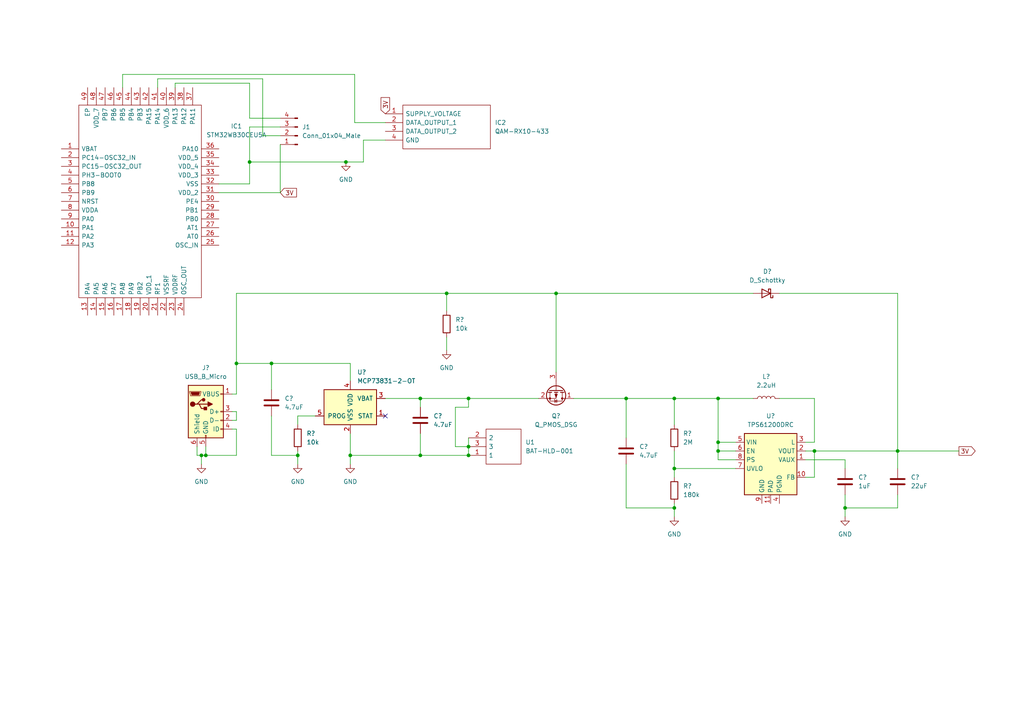
<source format=kicad_sch>
(kicad_sch (version 20211123) (generator eeschema)
  (paper "A4")
  (lib_symbols
    (symbol "Battery_Management:MCP73831-2-OT" (pin_names (offset 1.016))
      (property "Reference" "U" (at -7.62 6.35 0))
      (property "Value" "MCP73831-2-OT" (at 1.27 6.35 0))
      (symbol "MCP73831-2-OT_0_1"
        (rectangle (start -7.62 5.08) (end 7.62 -5.08) (stroke (width 0.254)) (fill (type background)))
      )
      (symbol "MCP73831-2-OT_1_1"
        (pin output line (at 10.16 -2.54 180) (length 2.54) (name "STAT") (number "1"))
        (pin power_in line (at 0 -7.62 90) (length 2.54) (name "VSS") (number "2"))
        (pin power_out line (at 10.16 2.54 180) (length 2.54) (name "VBAT") (number "3"))
        (pin power_in line (at 0 7.62 270) (length 2.54) (name "VDD") (number "4"))
        (pin input line (at -10.16 -2.54 0) (length 2.54) (name "PROG") (number "5"))
      )
    )
    (symbol "Connector:Conn_01x04_Male" (pin_names (offset 1.016) hide)
      (property "Reference" "J" (at 0 5.08 0))
      (property "Value" "Conn_01x04_Male" (at 0 -7.62 0))
      (symbol "Conn_01x04_Male_1_1"
        (polyline (pts (xy 1.27 -5.08) (xy 0.8636 -5.08)) (stroke (width 0.1524)))
        (polyline (pts (xy 1.27 -2.54) (xy 0.8636 -2.54)) (stroke (width 0.1524)))
        (polyline (pts (xy 1.27 0) (xy 0.8636 0)) (stroke (width 0.1524)))
        (polyline (pts (xy 1.27 2.54) (xy 0.8636 2.54)) (stroke (width 0.1524)))
        (rectangle (start 0.8636 -4.953) (end 0 -5.207) (stroke (width 0.1524)) (fill (type outline)))
        (rectangle (start 0.8636 -2.413) (end 0 -2.667) (stroke (width 0.1524)) (fill (type outline)))
        (rectangle (start 0.8636 0.127) (end 0 -0.127) (stroke (width 0.1524)) (fill (type outline)))
        (rectangle (start 0.8636 2.667) (end 0 2.413) (stroke (width 0.1524)) (fill (type outline)))
        (pin passive line (at 5.08 2.54 180) (length 3.81) (name "Pin_1") (number "1"))
        (pin passive line (at 5.08 0 180) (length 3.81) (name "Pin_2") (number "2"))
        (pin passive line (at 5.08 -2.54 180) (length 3.81) (name "Pin_3") (number "3"))
        (pin passive line (at 5.08 -5.08 180) (length 3.81) (name "Pin_4") (number "4"))
      )
    )
    (symbol "Connector:USB_B_Micro" (pin_names (offset 1.016))
      (property "Reference" "J" (at -5.08 11.43 0))
      (property "Value" "USB_B_Micro" (at -5.08 8.89 0))
      (symbol "USB_B_Micro_0_1"
        (rectangle (start -5.08 -7.62) (end 5.08 7.62) (stroke (width 0.254)) (fill (type background)))
        (circle (center -3.81 2.159) (radius 0.635) (stroke (width 0.254)) (fill (type outline)))
        (circle (center -0.635 3.429) (radius 0.381) (stroke (width 0.254)) (fill (type outline)))
        (rectangle (start -0.127 -7.62) (end 0.127 -6.858))
        (polyline (pts (xy -1.905 2.159) (xy 0.635 2.159)) (stroke (width 0.254)))
        (polyline (pts (xy -3.175 2.159) (xy -2.54 2.159) (xy -1.27 3.429) (xy -0.635 3.429)) (stroke (width 0.254)))
        (polyline (pts (xy -2.54 2.159) (xy -1.905 2.159) (xy -1.27 0.889) (xy 0 0.889)) (stroke (width 0.254)))
        (polyline (pts (xy 0.635 2.794) (xy 0.635 1.524) (xy 1.905 2.159) (xy 0.635 2.794)) (stroke (width 0.254)) (fill (type outline)))
        (polyline (pts (xy -4.318 5.588) (xy -1.778 5.588) (xy -2.032 4.826) (xy -4.064 4.826) (xy -4.318 5.588)) (fill (type outline)))
        (polyline (pts (xy -4.699 5.842) (xy -4.699 5.588) (xy -4.445 4.826) (xy -4.445 4.572) (xy -1.651 4.572) (xy -1.651 4.826) (xy -1.397 5.588) (xy -1.397 5.842) (xy -4.699 5.842)))
        (rectangle (start 0.254 1.27) (end -0.508 0.508) (stroke (width 0.254)) (fill (type outline)))
        (rectangle (start 5.08 -5.207) (end 4.318 -4.953))
        (rectangle (start 5.08 -2.667) (end 4.318 -2.413))
        (rectangle (start 5.08 -0.127) (end 4.318 0.127))
        (rectangle (start 5.08 4.953) (end 4.318 5.207))
      )
      (symbol "USB_B_Micro_1_1"
        (pin power_out line (at 7.62 5.08 180) (length 2.54) (name "VBUS") (number "1"))
        (pin bidirectional line (at 7.62 -2.54 180) (length 2.54) (name "D-") (number "2"))
        (pin bidirectional line (at 7.62 0 180) (length 2.54) (name "D+") (number "3"))
        (pin passive line (at 7.62 -5.08 180) (length 2.54) (name "ID") (number "4"))
        (pin power_out line (at 0 -10.16 90) (length 2.54) (name "GND") (number "5"))
        (pin passive line (at -2.54 -10.16 90) (length 2.54) (name "Shield") (number "6"))
      )
    )
    (symbol "Device:C" (pin_numbers hide) (pin_names (offset 0.254))
      (property "Reference" "C" (at 0.635 2.54 0))
      (property "Value" "C" (at 0.635 -2.54 0))
      (symbol "C_0_1"
        (polyline (pts (xy -2.032 -0.762) (xy 2.032 -0.762)) (stroke (width 0.508)))
        (polyline (pts (xy -2.032 0.762) (xy 2.032 0.762)) (stroke (width 0.508)))
      )
      (symbol "C_1_1"
        (pin passive line (at 0 3.81 270) (length 2.794) (name "~") (number "1"))
        (pin passive line (at 0 -3.81 90) (length 2.794) (name "~") (number "2"))
      )
    )
    (symbol "Device:D_Schottky" (pin_numbers hide) (pin_names (offset 1.016) hide)
      (property "Reference" "D" (at 0 2.54 0))
      (property "Value" "D_Schottky" (at 0 -2.54 0))
      (symbol "D_Schottky_0_1"
        (polyline (pts (xy 1.27 0) (xy -1.27 0)))
        (polyline (pts (xy 1.27 1.27) (xy 1.27 -1.27) (xy -1.27 0) (xy 1.27 1.27)) (stroke (width 0.254)))
        (polyline (pts (xy -1.905 0.635) (xy -1.905 1.27) (xy -1.27 1.27) (xy -1.27 -1.27) (xy -0.635 -1.27) (xy -0.635 -0.635)) (stroke (width 0.254)))
      )
      (symbol "D_Schottky_1_1"
        (pin passive line (at -3.81 0 0) (length 2.54) (name "K") (number "1"))
        (pin passive line (at 3.81 0 180) (length 2.54) (name "A") (number "2"))
      )
    )
    (symbol "Device:L" (pin_numbers hide) (pin_names (offset 1.016) hide)
      (property "Reference" "L" (at -1.27 0 90))
      (property "Value" "L" (at 1.905 0 90))
      (symbol "L_0_1"
        (arc (start 0 -2.54) (mid 0.635 -1.905) (end 0 -1.27))
        (arc (start 0 -1.27) (mid 0.635 -0.635) (end 0 0))
        (arc (start 0 0) (mid 0.635 0.635) (end 0 1.27))
        (arc (start 0 1.27) (mid 0.635 1.905) (end 0 2.54))
      )
      (symbol "L_1_1"
        (pin passive line (at 0 3.81 270) (length 1.27) (name "1") (number "1"))
        (pin passive line (at 0 -3.81 90) (length 1.27) (name "2") (number "2"))
      )
    )
    (symbol "Device:Q_PMOS_DSG" (pin_names (offset 0) hide)
      (property "Reference" "Q" (at 5.08 1.27 0))
      (property "Value" "Q_PMOS_DSG" (at 5.08 -1.27 0))
      (symbol "Q_PMOS_DSG_0_1"
        (polyline (pts (xy 0.254 0) (xy -2.54 0)))
        (polyline (pts (xy 0.254 1.905) (xy 0.254 -1.905)) (stroke (width 0.254)))
        (polyline (pts (xy 0.762 -1.27) (xy 0.762 -2.286)) (stroke (width 0.254)))
        (polyline (pts (xy 0.762 0.508) (xy 0.762 -0.508)) (stroke (width 0.254)))
        (polyline (pts (xy 0.762 2.286) (xy 0.762 1.27)) (stroke (width 0.254)))
        (polyline (pts (xy 2.54 2.54) (xy 2.54 1.778)))
        (polyline (pts (xy 2.54 -2.54) (xy 2.54 0) (xy 0.762 0)))
        (polyline (pts (xy 0.762 1.778) (xy 3.302 1.778) (xy 3.302 -1.778) (xy 0.762 -1.778)))
        (polyline (pts (xy 2.286 0) (xy 1.27 0.381) (xy 1.27 -0.381) (xy 2.286 0)) (fill (type outline)))
        (polyline (pts (xy 2.794 -0.508) (xy 2.921 -0.381) (xy 3.683 -0.381) (xy 3.81 -0.254)))
        (polyline (pts (xy 3.302 -0.381) (xy 2.921 0.254) (xy 3.683 0.254) (xy 3.302 -0.381)))
        (circle (center 1.651 0) (radius 2.794) (stroke (width 0.254)))
        (circle (center 2.54 -1.778) (radius 0.254) (fill (type outline)))
        (circle (center 2.54 1.778) (radius 0.254) (fill (type outline)))
      )
      (symbol "Q_PMOS_DSG_1_1"
        (pin passive line (at 2.54 5.08 270) (length 2.54) (name "D") (number "1"))
        (pin passive line (at 2.54 -5.08 90) (length 2.54) (name "S") (number "2"))
        (pin input line (at -5.08 0 0) (length 2.54) (name "G") (number "3"))
      )
    )
    (symbol "Device:R" (pin_numbers hide) (pin_names (offset 0))
      (property "Reference" "R" (at 2.032 0 90))
      (property "Value" "R" (at 0 0 90))
      (symbol "R_0_1"
        (rectangle (start -1.016 -2.54) (end 1.016 2.54) (stroke (width 0.254)))
      )
      (symbol "R_1_1"
        (pin passive line (at 0 3.81 270) (length 1.27) (name "~") (number "1"))
        (pin passive line (at 0 -3.81 90) (length 1.27) (name "~") (number "2"))
      )
    )
    (symbol "Regulator_Switching:TPS61200DRC"
      (property "Reference" "U" (at -10.16 8.89 0))
      (property "Value" "TPS61200DRC" (at -2.54 8.89 0))
      (symbol "TPS61200DRC_0_1"
        (rectangle (start -7.62 7.62) (end 7.62 -10.16) (stroke (width 0.254)) (fill (type background)))
      )
      (symbol "TPS61200DRC_1_1"
        (pin bidirectional line (at 10.16 0 180) (length 2.54) (name "VAUX") (number "1"))
        (pin input line (at 10.16 -5.08 180) (length 2.54) (name "FB") (number "10"))
        (pin power_in line (at 0 -12.7 90) (length 2.54) (name "PAD") (number "11"))
        (pin power_out line (at 10.16 2.54 180) (length 2.54) (name "VOUT") (number "2"))
        (pin input line (at 10.16 5.08 180) (length 2.54) (name "L") (number "3"))
        (pin power_in line (at 2.54 -12.7 90) (length 2.54) (name "PGND") (number "4"))
        (pin power_in line (at -10.16 5.08 0) (length 2.54) (name "VIN") (number "5"))
        (pin input line (at -10.16 2.54 0) (length 2.54) (name "EN") (number "6"))
        (pin input line (at -10.16 -2.54 0) (length 2.54) (name "UVLO") (number "7"))
        (pin input line (at -10.16 0 0) (length 2.54) (name "PS") (number "8"))
        (pin power_in line (at -2.54 -12.7 90) (length 2.54) (name "GND") (number "9"))
      )
    )
    (symbol "SamacSys_Parts:BAT-HLD-001" (pin_names (offset 0.762))
      (property "Reference" "U" (at 16.51 7.62 0))
      (property "Value" "BAT-HLD-001" (at 16.51 5.08 0))
      (symbol "BAT-HLD-001_0_0"
        (pin passive line (at 0 -5.08 0) (length 5.08) (name "1") (number "1"))
        (pin passive line (at 0 0 0) (length 5.08) (name "2") (number "2"))
        (pin passive line (at 0 -2.54 0) (length 5.08) (name "3") (number "3"))
      )
      (symbol "BAT-HLD-001_0_1"
        (polyline (pts (xy 5.08 2.54) (xy 15.24 2.54) (xy 15.24 -7.62) (xy 5.08 -7.62) (xy 5.08 2.54)) (stroke (width 0.1524)))
      )
    )
    (symbol "SamacSys_Parts:QAM-RX10-433" (pin_names (offset 0.762))
      (property "Reference" "IC" (at 31.75 7.62 0))
      (property "Value" "QAM-RX10-433" (at 31.75 5.08 0))
      (symbol "QAM-RX10-433_0_0"
        (pin passive line (at 0 0 0) (length 5.08) (name "SUPPLY_VOLTAGE") (number "1"))
        (pin passive line (at 0 -2.54 0) (length 5.08) (name "DATA_OUTPUT_1") (number "2"))
        (pin passive line (at 0 -5.08 0) (length 5.08) (name "DATA_OUTPUT_2") (number "3"))
        (pin passive line (at 0 -7.62 0) (length 5.08) (name "GND") (number "4"))
      )
      (symbol "QAM-RX10-433_0_1"
        (polyline (pts (xy 5.08 2.54) (xy 30.48 2.54) (xy 30.48 -10.16) (xy 5.08 -10.16) (xy 5.08 2.54)) (stroke (width 0.1524)))
      )
    )
    (symbol "SamacSys_Parts:STM32WB30CEU5A" (pin_names (offset 0.762))
      (property "Reference" "IC" (at 41.91 17.78 0))
      (property "Value" "STM32WB30CEU5A" (at 41.91 15.24 0))
      (symbol "STM32WB30CEU5A_0_0"
        (pin passive line (at 0 0 0) (length 5.08) (name "VBAT") (number "1"))
        (pin passive line (at 0 -22.86 0) (length 5.08) (name "PA1") (number "10"))
        (pin passive line (at 0 -25.4 0) (length 5.08) (name "PA2") (number "11"))
        (pin passive line (at 0 -27.94 0) (length 5.08) (name "PA3") (number "12"))
        (pin passive line (at 7.62 -48.26 90) (length 5.08) (name "PA4") (number "13"))
        (pin passive line (at 10.16 -48.26 90) (length 5.08) (name "PA5") (number "14"))
        (pin passive line (at 12.7 -48.26 90) (length 5.08) (name "PA6") (number "15"))
        (pin passive line (at 15.24 -48.26 90) (length 5.08) (name "PA7") (number "16"))
        (pin passive line (at 17.78 -48.26 90) (length 5.08) (name "PA8") (number "17"))
        (pin passive line (at 20.32 -48.26 90) (length 5.08) (name "PA9") (number "18"))
        (pin passive line (at 22.86 -48.26 90) (length 5.08) (name "PB2") (number "19"))
        (pin passive line (at 0 -2.54 0) (length 5.08) (name "PC14-OSC32_IN") (number "2"))
        (pin passive line (at 25.4 -48.26 90) (length 5.08) (name "VDD_1") (number "20"))
        (pin passive line (at 27.94 -48.26 90) (length 5.08) (name "RF1") (number "21"))
        (pin passive line (at 30.48 -48.26 90) (length 5.08) (name "VSSRF") (number "22"))
        (pin passive line (at 33.02 -48.26 90) (length 5.08) (name "VDDRF") (number "23"))
        (pin passive line (at 35.56 -48.26 90) (length 5.08) (name "OSC_OUT") (number "24"))
        (pin passive line (at 45.72 -27.94 180) (length 5.08) (name "OSC_IN") (number "25"))
        (pin passive line (at 45.72 -25.4 180) (length 5.08) (name "AT0") (number "26"))
        (pin passive line (at 45.72 -22.86 180) (length 5.08) (name "AT1") (number "27"))
        (pin passive line (at 45.72 -20.32 180) (length 5.08) (name "PB0") (number "28"))
        (pin passive line (at 45.72 -17.78 180) (length 5.08) (name "PB1") (number "29"))
        (pin passive line (at 0 -5.08 0) (length 5.08) (name "PC15-OSC32_OUT") (number "3"))
        (pin passive line (at 45.72 -15.24 180) (length 5.08) (name "PE4") (number "30"))
        (pin passive line (at 45.72 -12.7 180) (length 5.08) (name "VDD_2") (number "31"))
        (pin passive line (at 45.72 -10.16 180) (length 5.08) (name "VSS") (number "32"))
        (pin passive line (at 45.72 -7.62 180) (length 5.08) (name "VDD_3") (number "33"))
        (pin passive line (at 45.72 -5.08 180) (length 5.08) (name "VDD_4") (number "34"))
        (pin passive line (at 45.72 -2.54 180) (length 5.08) (name "VDD_5") (number "35"))
        (pin passive line (at 45.72 0 180) (length 5.08) (name "PA10") (number "36"))
        (pin passive line (at 38.1 17.78 270) (length 5.08) (name "PA11") (number "37"))
        (pin passive line (at 35.56 17.78 270) (length 5.08) (name "PA12") (number "38"))
        (pin passive line (at 33.02 17.78 270) (length 5.08) (name "PA13") (number "39"))
        (pin passive line (at 0 -7.62 0) (length 5.08) (name "PH3-BOOT0") (number "4"))
        (pin passive line (at 30.48 17.78 270) (length 5.08) (name "VDD_6") (number "40"))
        (pin passive line (at 27.94 17.78 270) (length 5.08) (name "PA14") (number "41"))
        (pin passive line (at 25.4 17.78 270) (length 5.08) (name "PA15") (number "42"))
        (pin passive line (at 22.86 17.78 270) (length 5.08) (name "PB3") (number "43"))
        (pin passive line (at 20.32 17.78 270) (length 5.08) (name "PB4") (number "44"))
        (pin passive line (at 17.78 17.78 270) (length 5.08) (name "PB5") (number "45"))
        (pin passive line (at 15.24 17.78 270) (length 5.08) (name "PB6") (number "46"))
        (pin passive line (at 12.7 17.78 270) (length 5.08) (name "PB7") (number "47"))
        (pin passive line (at 10.16 17.78 270) (length 5.08) (name "VDD_7") (number "48"))
        (pin passive line (at 7.62 17.78 270) (length 5.08) (name "EP") (number "49"))
        (pin passive line (at 0 -10.16 0) (length 5.08) (name "PB8") (number "5"))
        (pin passive line (at 0 -12.7 0) (length 5.08) (name "PB9") (number "6"))
        (pin passive line (at 0 -15.24 0) (length 5.08) (name "NRST") (number "7"))
        (pin passive line (at 0 -17.78 0) (length 5.08) (name "VDDA") (number "8"))
        (pin passive line (at 0 -20.32 0) (length 5.08) (name "PA0") (number "9"))
      )
      (symbol "STM32WB30CEU5A_0_1"
        (polyline (pts (xy 5.08 12.7) (xy 40.64 12.7) (xy 40.64 -43.18) (xy 5.08 -43.18) (xy 5.08 12.7)) (stroke (width 0.1524)))
      )
    )
    (symbol "power:GND" (power) (pin_names (offset 0))
      (property "Value" "GND" (at 0 -3.81 0))
      (symbol "GND_0_1"
        (polyline (pts (xy 0 0) (xy 0 -1.27) (xy 1.27 -1.27) (xy 0 -2.54) (xy -1.27 -1.27) (xy 0 -1.27)))
      )
      (symbol "GND_1_1"
        (pin power_in line (at 0 0 270) (length 0) hide (name "GND") (number "1"))
      )
    )
  )
  (junction (at 208.28 128.27))
  (junction (at 58.42 132.08))
  (junction (at 195.58 115.57))
  (junction (at 208.28 115.57))
  (junction (at 208.28 130.81))
  (junction (at 86.36 132.08))
  (junction (at 135.89 115.57))
  (junction (at 129.54 85.09))
  (junction (at 260.35 130.81))
  (junction (at 236.22 130.81))
  (junction (at 161.29 85.09))
  (junction (at 135.89 129.54))
  (junction (at 195.58 147.32))
  (junction (at 72.39 46.99))
  (junction (at 121.92 132.08))
  (junction (at 181.61 115.57))
  (junction (at 68.58 105.41))
  (junction (at 195.58 135.89))
  (junction (at 245.11 147.32))
  (junction (at 135.89 132.08))
  (junction (at 101.6 132.08))
  (junction (at 121.92 115.57))
  (junction (at 78.74 105.41))
  (junction (at 100.33 46.99))
  (junction (at 59.69 132.08))
  (no_connect (at 111.76 120.65))
  (wire (pts (xy 208.28 130.81) (xy 213.36 130.81)))
  (wire (pts (xy 135.89 118.11) (xy 135.89 115.57)))
  (wire (pts (xy 129.54 85.09) (xy 129.54 90.17)))
  (wire (pts (xy 67.31 121.92) (xy 68.58 121.92)))
  (wire (pts (xy 68.58 105.41) (xy 78.74 105.41)))
  (wire (pts (xy 59.69 132.08) (xy 58.42 132.08)))
  (wire (pts (xy 50.8 24.13) (xy 72.39 24.13)))
  (wire (pts (xy 78.74 120.65) (xy 78.74 132.08)))
  (wire (pts (xy 86.36 130.81) (xy 86.36 132.08)))
  (wire (pts (xy 101.6 110.49) (xy 101.6 105.41)))
  (wire (pts (xy 260.35 147.32) (xy 260.35 143.51)))
  (wire (pts (xy 78.74 105.41) (xy 78.74 113.03)))
  (wire (pts (xy 68.58 119.38) (xy 68.58 121.92)))
  (wire (pts (xy 195.58 147.32) (xy 195.58 149.86)))
  (wire (pts (xy 132.08 118.11) (xy 135.89 118.11)))
  (wire (pts (xy 181.61 115.57) (xy 195.58 115.57)))
  (wire (pts (xy 72.39 36.83) (xy 72.39 46.99)))
  (wire (pts (xy 105.41 40.64) (xy 111.76 40.64)))
  (wire (pts (xy 195.58 130.81) (xy 195.58 135.89)))
  (wire (pts (xy 76.2 22.86) (xy 76.2 39.37)))
  (wire (pts (xy 81.28 41.91) (xy 81.28 55.88)))
  (wire (pts (xy 102.87 35.56) (xy 111.76 35.56)))
  (wire (pts (xy 245.11 147.32) (xy 245.11 149.86)))
  (wire (pts (xy 72.39 46.99) (xy 72.39 53.34)))
  (wire (pts (xy 68.58 85.09) (xy 68.58 105.41)))
  (wire (pts (xy 195.58 135.89) (xy 195.58 138.43)))
  (wire (pts (xy 81.28 36.83) (xy 72.39 36.83)))
  (wire (pts (xy 245.11 135.89) (xy 245.11 133.35)))
  (wire (pts (xy 161.29 85.09) (xy 129.54 85.09)))
  (wire (pts (xy 195.58 135.89) (xy 213.36 135.89)))
  (wire (pts (xy 166.37 115.57) (xy 181.61 115.57)))
  (wire (pts (xy 135.89 115.57) (xy 156.21 115.57)))
  (wire (pts (xy 72.39 34.29) (xy 81.28 34.29)))
  (wire (pts (xy 245.11 133.35) (xy 233.68 133.35)))
  (wire (pts (xy 233.68 138.43) (xy 236.22 138.43)))
  (wire (pts (xy 236.22 128.27) (xy 236.22 115.57)))
  (wire (pts (xy 236.22 115.57) (xy 226.06 115.57)))
  (wire (pts (xy 81.28 55.88) (xy 63.5 55.88)))
  (wire (pts (xy 195.58 146.05) (xy 195.58 147.32)))
  (wire (pts (xy 236.22 130.81) (xy 260.35 130.81)))
  (wire (pts (xy 35.56 21.59) (xy 102.87 21.59)))
  (wire (pts (xy 208.28 128.27) (xy 208.28 130.81)))
  (wire (pts (xy 67.31 124.46) (xy 68.58 124.46)))
  (wire (pts (xy 181.61 115.57) (xy 181.61 127)))
  (wire (pts (xy 59.69 129.54) (xy 59.69 132.08)))
  (wire (pts (xy 260.35 130.81) (xy 260.35 135.89)))
  (wire (pts (xy 121.92 118.11) (xy 121.92 115.57)))
  (wire (pts (xy 57.15 129.54) (xy 57.15 132.08)))
  (wire (pts (xy 58.42 132.08) (xy 58.42 134.62)))
  (wire (pts (xy 67.31 114.3) (xy 68.58 114.3)))
  (wire (pts (xy 135.89 129.54) (xy 132.08 129.54)))
  (wire (pts (xy 260.35 130.81) (xy 278.13 130.81)))
  (wire (pts (xy 86.36 120.65) (xy 86.36 123.19)))
  (wire (pts (xy 76.2 39.37) (xy 81.28 39.37)))
  (wire (pts (xy 68.58 114.3) (xy 68.58 105.41)))
  (wire (pts (xy 195.58 115.57) (xy 195.58 123.19)))
  (wire (pts (xy 111.76 115.57) (xy 121.92 115.57)))
  (wire (pts (xy 57.15 132.08) (xy 58.42 132.08)))
  (wire (pts (xy 245.11 147.32) (xy 260.35 147.32)))
  (wire (pts (xy 208.28 115.57) (xy 208.28 128.27)))
  (wire (pts (xy 100.33 46.99) (xy 105.41 46.99)))
  (wire (pts (xy 213.36 133.35) (xy 208.28 133.35)))
  (wire (pts (xy 72.39 24.13) (xy 72.39 34.29)))
  (wire (pts (xy 72.39 46.99) (xy 100.33 46.99)))
  (wire (pts (xy 101.6 132.08) (xy 101.6 134.62)))
  (wire (pts (xy 245.11 143.51) (xy 245.11 147.32)))
  (wire (pts (xy 181.61 134.62) (xy 181.61 147.32)))
  (wire (pts (xy 101.6 125.73) (xy 101.6 132.08)))
  (wire (pts (xy 233.68 128.27) (xy 236.22 128.27)))
  (wire (pts (xy 101.6 132.08) (xy 121.92 132.08)))
  (wire (pts (xy 208.28 130.81) (xy 208.28 133.35)))
  (wire (pts (xy 129.54 85.09) (xy 68.58 85.09)))
  (wire (pts (xy 161.29 85.09) (xy 218.44 85.09)))
  (wire (pts (xy 135.89 127) (xy 135.89 129.54)))
  (wire (pts (xy 121.92 115.57) (xy 135.89 115.57)))
  (wire (pts (xy 218.44 115.57) (xy 208.28 115.57)))
  (wire (pts (xy 86.36 132.08) (xy 86.36 134.62)))
  (wire (pts (xy 102.87 21.59) (xy 102.87 35.56)))
  (wire (pts (xy 132.08 129.54) (xy 132.08 118.11)))
  (wire (pts (xy 50.8 25.4) (xy 50.8 24.13)))
  (wire (pts (xy 135.89 132.08) (xy 121.92 132.08)))
  (wire (pts (xy 63.5 53.34) (xy 72.39 53.34)))
  (wire (pts (xy 233.68 130.81) (xy 236.22 130.81)))
  (wire (pts (xy 135.89 129.54) (xy 135.89 132.08)))
  (wire (pts (xy 45.72 22.86) (xy 76.2 22.86)))
  (wire (pts (xy 260.35 85.09) (xy 226.06 85.09)))
  (wire (pts (xy 78.74 132.08) (xy 86.36 132.08)))
  (wire (pts (xy 101.6 105.41) (xy 78.74 105.41)))
  (wire (pts (xy 45.72 25.4) (xy 45.72 22.86)))
  (wire (pts (xy 121.92 125.73) (xy 121.92 132.08)))
  (wire (pts (xy 67.31 119.38) (xy 68.58 119.38)))
  (wire (pts (xy 260.35 130.81) (xy 260.35 85.09)))
  (wire (pts (xy 208.28 115.57) (xy 195.58 115.57)))
  (wire (pts (xy 68.58 124.46) (xy 68.58 132.08)))
  (wire (pts (xy 236.22 138.43) (xy 236.22 130.81)))
  (wire (pts (xy 161.29 107.95) (xy 161.29 85.09)))
  (wire (pts (xy 208.28 128.27) (xy 213.36 128.27)))
  (wire (pts (xy 68.58 132.08) (xy 59.69 132.08)))
  (wire (pts (xy 129.54 97.79) (xy 129.54 101.6)))
  (wire (pts (xy 181.61 147.32) (xy 195.58 147.32)))
  (wire (pts (xy 105.41 46.99) (xy 105.41 40.64)))
  (wire (pts (xy 91.44 120.65) (xy 86.36 120.65)))
  (wire (pts (xy 35.56 25.4) (xy 35.56 21.59)))
  (global_label "3V" (shape input) (at 81.28 55.88 0) (property "Intersheet References" "${INTERSHEET_REFS}" (effects hide)))
  (global_label "3V" (shape input) (at 111.76 33.02 90) (property "Intersheet References" "${INTERSHEET_REFS}" (effects hide)))
  (global_label "3V" (shape output) (at 278.13 130.81 0) (property "Intersheet References" "${INTERSHEET_REFS}" (effects hide)))
  (symbol (lib_id "Device:C") (at 245.11 139.7 0) (unit 1)
    (property "Reference" "C?" (at 248.92 138.4299 0) (effects (justify left)))
    (property "Value" "1uF" (at 248.92 140.9699 0) (effects (justify left)))
    (property "Footprint" "Capacitor_SMD:C_0402_1005Metric" (effects hide))
  )
  (symbol (lib_id "SamacSys_Parts:STM32WB30CEU5A") (at 17.78 43.18 0) (unit 1)
    (property "Reference" "IC1" (at 68.58 36.6012 0))
    (property "Value" "STM32WB30CEU5A" (at 68.58 39.1412 0))
    (property "Footprint" "QFN50P700X700X60-49N-D" (effects hide))
    (property "Datasheet" "https://componentsearchengine.com/Datasheets/2/STM32WB30CEU5A.pdf" (effects hide))
    (property "Description" "32-bit Microcontrollers - MCU 16/32-BITS MICROS" (effects hide))
    (property "Height" "0.6" (effects hide))
    (property "Mouser Part Number" "511-STM32WB30CEU5A" (effects hide))
    (property "Mouser Price/Stock" "https://www.mouser.co.uk/ProductDetail/STMicroelectronics/STM32WB30CEU5A?qs=DPoM0jnrROXA98TRXR4iRg%3D%3D" (effects hide))
    (property "Manufacturer_Name" "STMicroelectronics" (effects hide))
    (property "Manufacturer_Part_Number" "STM32WB30CEU5A" (effects hide))
  )
  (symbol (lib_id "Regulator_Switching:TPS61200DRC") (at 223.52 133.35 0) (unit 1)
    (property "Reference" "U?" (at 223.52 120.65 0))
    (property "Value" "TPS61200DRC" (at 223.52 123.19 0))
    (property "Footprint" "Package_SON:Texas_S-PVSON-N10_ThermalVias" (effects hide))
    (property "Datasheet" "http://www.ti.com/lit/ds/symlink/tps61200.pdf" (effects hide))
  )
  (symbol (lib_id "SamacSys_Parts:QAM-RX10-433") (at 111.76 33.02 0) (unit 1)
    (property "Reference" "IC2" (at 143.51 35.5599 0) (effects (justify left)))
    (property "Value" "QAM-RX10-433" (at 143.51 38.0999 0) (effects (justify left)))
    (property "Footprint" "QAMRX10433" (effects hide))
    (property "Datasheet" "https://datasheet.datasheetarchive.com/originals/distributors/DKDS-5/87948.pdf" (effects hide))
    (property "Description" "RF Solutions QAM-RX10-433 RF Receiver Module, 5V dc" (effects hide))
    (property "Height" "8.5" (effects hide))
    (property "Mouser Part Number" "223-QAM-RX10-433" (effects hide))
    (property "Mouser Price/Stock" "https://www.mouser.co.uk/ProductDetail/RF-Solutions/QAM-RX10-433?qs=OlC7AqGiEDlp3OsUKop0pA%3D%3D" (effects hide))
    (property "Manufacturer_Name" "RF SOLUTIONS" (effects hide))
    (property "Manufacturer_Part_Number" "QAM-RX10-433" (effects hide))
  )
  (symbol (lib_id "Device:C") (at 121.92 121.92 0) (unit 1)
    (property "Reference" "C?" (at 125.73 120.6499 0) (effects (justify left)))
    (property "Value" "4.7uF" (at 125.73 123.1899 0) (effects (justify left)))
    (property "Footprint" "Capacitor_SMD:C_0402_1005Metric" (effects hide))
  )
  (symbol (lib_id "power:GND") (at 129.54 101.6 0) (unit 1)
    (property "Reference" "#PWR?" (effects hide))
    (property "Value" "GND" (at 129.54 106.68 0))
  )
  (symbol (lib_id "Battery_Management:MCP73831-2-OT") (at 101.6 118.11 0) (unit 1)
    (property "Reference" "U?" (at 103.6194 107.95 0) (effects (justify left)))
    (property "Value" "MCP73831-2-OT" (at 103.6194 110.49 0) (effects (justify left)))
    (property "Footprint" "Package_TO_SOT_SMD:SOT-23-5" (effects hide))
    (property "Datasheet" "http://ww1.microchip.com/downloads/en/DeviceDoc/20001984g.pdf" (effects hide))
  )
  (symbol (lib_id "Device:C") (at 78.74 116.84 0) (unit 1)
    (property "Reference" "C?" (at 82.55 115.5699 0) (effects (justify left)))
    (property "Value" "4.7uF" (at 82.55 118.1099 0) (effects (justify left)))
    (property "Footprint" "Capacitor_SMD:C_0402_1005Metric" (effects hide))
  )
  (symbol (lib_id "Connector:Conn_01x04_Male") (at 86.36 39.37 180) (unit 1)
    (property "Reference" "J1" (at 87.63 36.8299 0) (effects (justify right)))
    (property "Value" "Conn_01x04_Male" (at 87.63 39.3699 0) (effects (justify right)))
    (property "Footprint" "Connector_PinHeader_1.00mm:PinHeader_1x04_P1.00mm_Vertical" (effects hide))
  )
  (symbol (lib_id "Connector:USB_B_Micro") (at 59.69 119.38 0) (unit 1)
    (property "Reference" "J?" (at 59.69 106.68 0))
    (property "Value" "USB_B_Micro" (at 59.69 109.22 0))
    (property "Footprint" "Connector_USB:USB_Micro-B_Molex-105133-0001" (effects hide))
  )
  (symbol (lib_id "power:GND") (at 100.33 46.99 0) (unit 1)
    (property "Reference" "#PWR?" (effects hide))
    (property "Value" "GND" (at 100.33 52.07 0))
  )
  (symbol (lib_id "Device:C") (at 181.61 130.81 0) (unit 1)
    (property "Reference" "C?" (at 185.42 129.5399 0) (effects (justify left)))
    (property "Value" "4.7uF" (at 185.42 132.0799 0) (effects (justify left)))
    (property "Footprint" "Capacitor_SMD:C_0402_1005Metric" (effects hide))
  )
  (symbol (lib_id "power:GND") (at 58.42 134.62 0) (unit 1)
    (property "Reference" "#PWR?" (effects hide))
    (property "Value" "GND" (at 58.42 139.7 0))
  )
  (symbol (lib_id "Device:C") (at 260.35 139.7 0) (unit 1)
    (property "Reference" "C?" (at 264.16 138.4299 0) (effects (justify left)))
    (property "Value" "22uF" (at 264.16 140.9699 0) (effects (justify left)))
    (property "Footprint" "Capacitor_SMD:C_0402_1005Metric" (effects hide))
  )
  (symbol (lib_id "power:GND") (at 245.11 149.86 0) (unit 1)
    (property "Reference" "#PWR?" (effects hide))
    (property "Value" "GND" (at 245.11 154.94 0))
  )
  (symbol (lib_id "power:GND") (at 195.58 149.86 0) (unit 1)
    (property "Reference" "#PWR?" (effects hide))
    (property "Value" "GND" (at 195.58 154.94 0))
  )
  (symbol (lib_id "power:GND") (at 101.6 134.62 0) (unit 1)
    (property "Reference" "#PWR?" (effects hide))
    (property "Value" "GND" (at 101.6 139.7 0))
  )
  (symbol (lib_id "SamacSys_Parts:BAT-HLD-001") (at 135.89 127 0) (unit 1)
    (property "Reference" "U1" (at 152.4 128.2699 0) (effects (justify left)))
    (property "Value" "BAT-HLD-001" (at 152.4 130.8099 0) (effects (justify left)))
    (property "Footprint" "BATHLD001" (effects hide))
    (property "Description" "Coin Cell Battery Holders Linx CR2032 Battery Holder" (effects hide))
    (property "Height" "4" (effects hide))
    (property "Mouser Part Number" "712-BAT-HLD-001" (effects hide))
    (property "Mouser Price/Stock" "https://www.mouser.co.uk/ProductDetail/Linx-Technologies/BAT-HLD-001?qs=K5ta8V%252BWhta7hbVGfm4dqA%3D%3D" (effects hide))
    (property "Manufacturer_Name" "Linx Technologies" (effects hide))
    (property "Manufacturer_Part_Number" "BAT-HLD-001" (effects hide))
  )
  (symbol (lib_id "Device:R") (at 195.58 142.24 0) (unit 1)
    (property "Reference" "R?" (at 198.12 140.9699 0) (effects (justify left)))
    (property "Value" "180k" (at 198.12 143.5099 0) (effects (justify left)))
    (property "Footprint" "Resistor_SMD:R_4020_10251Metric" (effects hide))
  )
  (symbol (lib_id "Device:R") (at 86.36 127 0) (unit 1)
    (property "Reference" "R?" (at 88.9 125.7299 0) (effects (justify left)))
    (property "Value" "10k" (at 88.9 128.2699 0) (effects (justify left)))
    (property "Footprint" "Resistor_SMD:R_4020_10251Metric" (effects hide))
  )
  (symbol (lib_id "Device:L") (at 222.25 115.57 90) (unit 1)
    (property "Reference" "L?" (at 222.25 109.22 90))
    (property "Value" "2.2uH" (at 222.25 111.76 90))
    (property "Footprint" "Inductor_SMD:L_0402_1005Metric" (effects hide))
  )
  (symbol (lib_id "Device:R") (at 195.58 127 0) (unit 1)
    (property "Reference" "R?" (at 198.12 125.7299 0) (effects (justify left)))
    (property "Value" "2M" (at 198.12 128.2699 0) (effects (justify left)))
    (property "Footprint" "Resistor_SMD:R_4020_10251Metric" (effects hide))
  )
  (symbol (lib_id "power:GND") (at 86.36 134.62 0) (unit 1)
    (property "Reference" "#PWR?" (effects hide))
    (property "Value" "GND" (at 86.36 139.7 0))
  )
  (symbol (lib_id "Device:Q_PMOS_DSG") (at 161.29 113.03 270) (unit 1)
    (property "Reference" "Q?" (at 161.29 120.65 90))
    (property "Value" "Q_PMOS_DSG" (at 161.29 123.19 90))
  )
  (symbol (lib_id "Device:D_Schottky") (at 222.25 85.09 180) (unit 1)
    (property "Reference" "D?" (at 222.5675 78.74 0))
    (property "Value" "D_Schottky" (at 222.5675 81.28 0))
    (property "Footprint" "Diode_SMD:D_0402_1005Metric" (effects hide))
  )
  (symbol (lib_id "Device:R") (at 129.54 93.98 0) (unit 1)
    (property "Reference" "R?" (at 132.08 92.7099 0) (effects (justify left)))
    (property "Value" "10k" (at 132.08 95.2499 0) (effects (justify left)))
    (property "Footprint" "Resistor_SMD:R_4020_10251Metric" (effects hide))
  )
)
</source>
